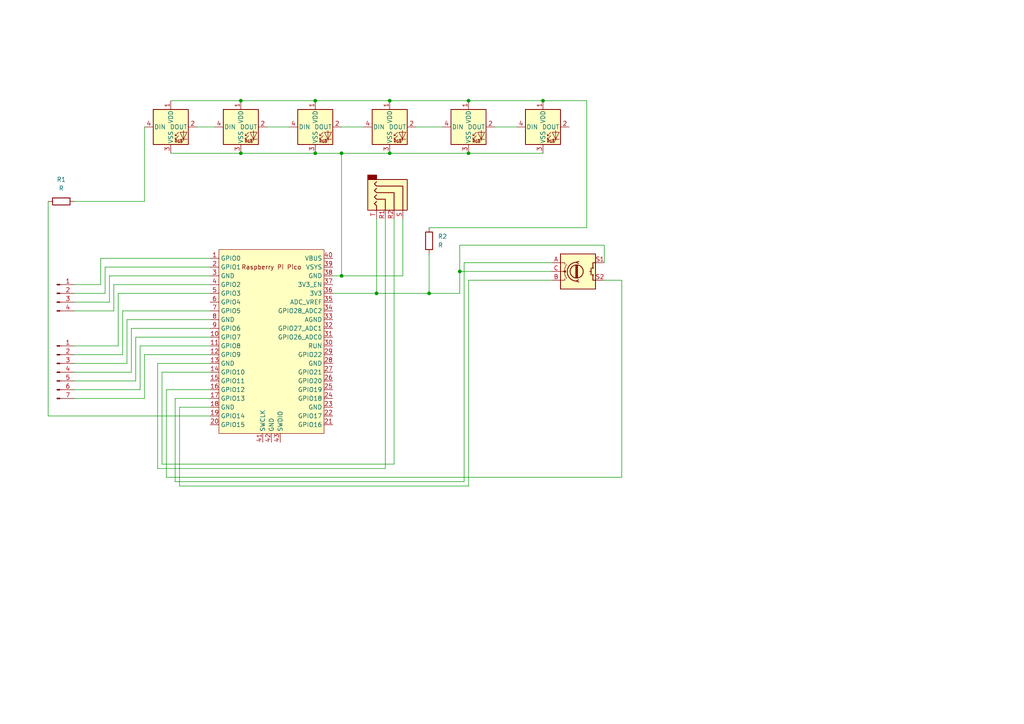
<source format=kicad_sch>
(kicad_sch (version 20230121) (generator eeschema)

  (uuid dea40b43-c237-4fa4-b6b9-14a2a90d4a39)

  (paper "A4")

  (lib_symbols
    (symbol "Connector:Conn_01x04_Pin" (pin_names (offset 1.016) hide) (in_bom yes) (on_board yes)
      (property "Reference" "J" (at 0 5.08 0)
        (effects (font (size 1.27 1.27)))
      )
      (property "Value" "Conn_01x04_Pin" (at 0 -7.62 0)
        (effects (font (size 1.27 1.27)))
      )
      (property "Footprint" "" (at 0 0 0)
        (effects (font (size 1.27 1.27)) hide)
      )
      (property "Datasheet" "~" (at 0 0 0)
        (effects (font (size 1.27 1.27)) hide)
      )
      (property "ki_locked" "" (at 0 0 0)
        (effects (font (size 1.27 1.27)))
      )
      (property "ki_keywords" "connector" (at 0 0 0)
        (effects (font (size 1.27 1.27)) hide)
      )
      (property "ki_description" "Generic connector, single row, 01x04, script generated" (at 0 0 0)
        (effects (font (size 1.27 1.27)) hide)
      )
      (property "ki_fp_filters" "Connector*:*_1x??_*" (at 0 0 0)
        (effects (font (size 1.27 1.27)) hide)
      )
      (symbol "Conn_01x04_Pin_1_1"
        (polyline
          (pts
            (xy 1.27 -5.08)
            (xy 0.8636 -5.08)
          )
          (stroke (width 0.1524) (type default))
          (fill (type none))
        )
        (polyline
          (pts
            (xy 1.27 -2.54)
            (xy 0.8636 -2.54)
          )
          (stroke (width 0.1524) (type default))
          (fill (type none))
        )
        (polyline
          (pts
            (xy 1.27 0)
            (xy 0.8636 0)
          )
          (stroke (width 0.1524) (type default))
          (fill (type none))
        )
        (polyline
          (pts
            (xy 1.27 2.54)
            (xy 0.8636 2.54)
          )
          (stroke (width 0.1524) (type default))
          (fill (type none))
        )
        (rectangle (start 0.8636 -4.953) (end 0 -5.207)
          (stroke (width 0.1524) (type default))
          (fill (type outline))
        )
        (rectangle (start 0.8636 -2.413) (end 0 -2.667)
          (stroke (width 0.1524) (type default))
          (fill (type outline))
        )
        (rectangle (start 0.8636 0.127) (end 0 -0.127)
          (stroke (width 0.1524) (type default))
          (fill (type outline))
        )
        (rectangle (start 0.8636 2.667) (end 0 2.413)
          (stroke (width 0.1524) (type default))
          (fill (type outline))
        )
        (pin passive line (at 5.08 2.54 180) (length 3.81)
          (name "Pin_1" (effects (font (size 1.27 1.27))))
          (number "1" (effects (font (size 1.27 1.27))))
        )
        (pin passive line (at 5.08 0 180) (length 3.81)
          (name "Pin_2" (effects (font (size 1.27 1.27))))
          (number "2" (effects (font (size 1.27 1.27))))
        )
        (pin passive line (at 5.08 -2.54 180) (length 3.81)
          (name "Pin_3" (effects (font (size 1.27 1.27))))
          (number "3" (effects (font (size 1.27 1.27))))
        )
        (pin passive line (at 5.08 -5.08 180) (length 3.81)
          (name "Pin_4" (effects (font (size 1.27 1.27))))
          (number "4" (effects (font (size 1.27 1.27))))
        )
      )
    )
    (symbol "Connector:Conn_01x07_Pin" (pin_names (offset 1.016) hide) (in_bom yes) (on_board yes)
      (property "Reference" "J" (at 0 10.16 0)
        (effects (font (size 1.27 1.27)))
      )
      (property "Value" "Conn_01x07_Pin" (at 0 -10.16 0)
        (effects (font (size 1.27 1.27)))
      )
      (property "Footprint" "" (at 0 0 0)
        (effects (font (size 1.27 1.27)) hide)
      )
      (property "Datasheet" "~" (at 0 0 0)
        (effects (font (size 1.27 1.27)) hide)
      )
      (property "ki_locked" "" (at 0 0 0)
        (effects (font (size 1.27 1.27)))
      )
      (property "ki_keywords" "connector" (at 0 0 0)
        (effects (font (size 1.27 1.27)) hide)
      )
      (property "ki_description" "Generic connector, single row, 01x07, script generated" (at 0 0 0)
        (effects (font (size 1.27 1.27)) hide)
      )
      (property "ki_fp_filters" "Connector*:*_1x??_*" (at 0 0 0)
        (effects (font (size 1.27 1.27)) hide)
      )
      (symbol "Conn_01x07_Pin_1_1"
        (polyline
          (pts
            (xy 1.27 -7.62)
            (xy 0.8636 -7.62)
          )
          (stroke (width 0.1524) (type default))
          (fill (type none))
        )
        (polyline
          (pts
            (xy 1.27 -5.08)
            (xy 0.8636 -5.08)
          )
          (stroke (width 0.1524) (type default))
          (fill (type none))
        )
        (polyline
          (pts
            (xy 1.27 -2.54)
            (xy 0.8636 -2.54)
          )
          (stroke (width 0.1524) (type default))
          (fill (type none))
        )
        (polyline
          (pts
            (xy 1.27 0)
            (xy 0.8636 0)
          )
          (stroke (width 0.1524) (type default))
          (fill (type none))
        )
        (polyline
          (pts
            (xy 1.27 2.54)
            (xy 0.8636 2.54)
          )
          (stroke (width 0.1524) (type default))
          (fill (type none))
        )
        (polyline
          (pts
            (xy 1.27 5.08)
            (xy 0.8636 5.08)
          )
          (stroke (width 0.1524) (type default))
          (fill (type none))
        )
        (polyline
          (pts
            (xy 1.27 7.62)
            (xy 0.8636 7.62)
          )
          (stroke (width 0.1524) (type default))
          (fill (type none))
        )
        (rectangle (start 0.8636 -7.493) (end 0 -7.747)
          (stroke (width 0.1524) (type default))
          (fill (type outline))
        )
        (rectangle (start 0.8636 -4.953) (end 0 -5.207)
          (stroke (width 0.1524) (type default))
          (fill (type outline))
        )
        (rectangle (start 0.8636 -2.413) (end 0 -2.667)
          (stroke (width 0.1524) (type default))
          (fill (type outline))
        )
        (rectangle (start 0.8636 0.127) (end 0 -0.127)
          (stroke (width 0.1524) (type default))
          (fill (type outline))
        )
        (rectangle (start 0.8636 2.667) (end 0 2.413)
          (stroke (width 0.1524) (type default))
          (fill (type outline))
        )
        (rectangle (start 0.8636 5.207) (end 0 4.953)
          (stroke (width 0.1524) (type default))
          (fill (type outline))
        )
        (rectangle (start 0.8636 7.747) (end 0 7.493)
          (stroke (width 0.1524) (type default))
          (fill (type outline))
        )
        (pin passive line (at 5.08 7.62 180) (length 3.81)
          (name "Pin_1" (effects (font (size 1.27 1.27))))
          (number "1" (effects (font (size 1.27 1.27))))
        )
        (pin passive line (at 5.08 5.08 180) (length 3.81)
          (name "Pin_2" (effects (font (size 1.27 1.27))))
          (number "2" (effects (font (size 1.27 1.27))))
        )
        (pin passive line (at 5.08 2.54 180) (length 3.81)
          (name "Pin_3" (effects (font (size 1.27 1.27))))
          (number "3" (effects (font (size 1.27 1.27))))
        )
        (pin passive line (at 5.08 0 180) (length 3.81)
          (name "Pin_4" (effects (font (size 1.27 1.27))))
          (number "4" (effects (font (size 1.27 1.27))))
        )
        (pin passive line (at 5.08 -2.54 180) (length 3.81)
          (name "Pin_5" (effects (font (size 1.27 1.27))))
          (number "5" (effects (font (size 1.27 1.27))))
        )
        (pin passive line (at 5.08 -5.08 180) (length 3.81)
          (name "Pin_6" (effects (font (size 1.27 1.27))))
          (number "6" (effects (font (size 1.27 1.27))))
        )
        (pin passive line (at 5.08 -7.62 180) (length 3.81)
          (name "Pin_7" (effects (font (size 1.27 1.27))))
          (number "7" (effects (font (size 1.27 1.27))))
        )
      )
    )
    (symbol "Connector_Audio:AudioJack4" (in_bom yes) (on_board yes)
      (property "Reference" "J" (at 0 8.89 0)
        (effects (font (size 1.27 1.27)))
      )
      (property "Value" "AudioJack4" (at 0 6.35 0)
        (effects (font (size 1.27 1.27)))
      )
      (property "Footprint" "" (at 0 0 0)
        (effects (font (size 1.27 1.27)) hide)
      )
      (property "Datasheet" "~" (at 0 0 0)
        (effects (font (size 1.27 1.27)) hide)
      )
      (property "ki_keywords" "audio jack receptacle stereo headphones TRRS connector" (at 0 0 0)
        (effects (font (size 1.27 1.27)) hide)
      )
      (property "ki_description" "Audio Jack, 4 Poles (TRRS)" (at 0 0 0)
        (effects (font (size 1.27 1.27)) hide)
      )
      (property "ki_fp_filters" "Jack*" (at 0 0 0)
        (effects (font (size 1.27 1.27)) hide)
      )
      (symbol "AudioJack4_0_1"
        (rectangle (start -6.35 -5.08) (end -7.62 -7.62)
          (stroke (width 0.254) (type default))
          (fill (type outline))
        )
        (polyline
          (pts
            (xy 0 -5.08)
            (xy 0.635 -5.715)
            (xy 1.27 -5.08)
            (xy 2.54 -5.08)
          )
          (stroke (width 0.254) (type default))
          (fill (type none))
        )
        (polyline
          (pts
            (xy -5.715 -5.08)
            (xy -5.08 -5.715)
            (xy -4.445 -5.08)
            (xy -4.445 2.54)
            (xy 2.54 2.54)
          )
          (stroke (width 0.254) (type default))
          (fill (type none))
        )
        (polyline
          (pts
            (xy -1.905 -5.08)
            (xy -1.27 -5.715)
            (xy -0.635 -5.08)
            (xy -0.635 -2.54)
            (xy 2.54 -2.54)
          )
          (stroke (width 0.254) (type default))
          (fill (type none))
        )
        (polyline
          (pts
            (xy 2.54 0)
            (xy -2.54 0)
            (xy -2.54 -5.08)
            (xy -3.175 -5.715)
            (xy -3.81 -5.08)
          )
          (stroke (width 0.254) (type default))
          (fill (type none))
        )
        (rectangle (start 2.54 3.81) (end -6.35 -7.62)
          (stroke (width 0.254) (type default))
          (fill (type background))
        )
      )
      (symbol "AudioJack4_1_1"
        (pin passive line (at 5.08 -2.54 180) (length 2.54)
          (name "~" (effects (font (size 1.27 1.27))))
          (number "R1" (effects (font (size 1.27 1.27))))
        )
        (pin passive line (at 5.08 0 180) (length 2.54)
          (name "~" (effects (font (size 1.27 1.27))))
          (number "R2" (effects (font (size 1.27 1.27))))
        )
        (pin passive line (at 5.08 2.54 180) (length 2.54)
          (name "~" (effects (font (size 1.27 1.27))))
          (number "S" (effects (font (size 1.27 1.27))))
        )
        (pin passive line (at 5.08 -5.08 180) (length 2.54)
          (name "~" (effects (font (size 1.27 1.27))))
          (number "T" (effects (font (size 1.27 1.27))))
        )
      )
    )
    (symbol "Device:R" (pin_numbers hide) (pin_names (offset 0)) (in_bom yes) (on_board yes)
      (property "Reference" "R" (at 2.032 0 90)
        (effects (font (size 1.27 1.27)))
      )
      (property "Value" "R" (at 0 0 90)
        (effects (font (size 1.27 1.27)))
      )
      (property "Footprint" "" (at -1.778 0 90)
        (effects (font (size 1.27 1.27)) hide)
      )
      (property "Datasheet" "~" (at 0 0 0)
        (effects (font (size 1.27 1.27)) hide)
      )
      (property "ki_keywords" "R res resistor" (at 0 0 0)
        (effects (font (size 1.27 1.27)) hide)
      )
      (property "ki_description" "Resistor" (at 0 0 0)
        (effects (font (size 1.27 1.27)) hide)
      )
      (property "ki_fp_filters" "R_*" (at 0 0 0)
        (effects (font (size 1.27 1.27)) hide)
      )
      (symbol "R_0_1"
        (rectangle (start -1.016 -2.54) (end 1.016 2.54)
          (stroke (width 0.254) (type default))
          (fill (type none))
        )
      )
      (symbol "R_1_1"
        (pin passive line (at 0 3.81 270) (length 1.27)
          (name "~" (effects (font (size 1.27 1.27))))
          (number "1" (effects (font (size 1.27 1.27))))
        )
        (pin passive line (at 0 -3.81 90) (length 1.27)
          (name "~" (effects (font (size 1.27 1.27))))
          (number "2" (effects (font (size 1.27 1.27))))
        )
      )
    )
    (symbol "Device:RotaryEncoder_Switch" (pin_names (offset 0.254) hide) (in_bom yes) (on_board yes)
      (property "Reference" "SW" (at 0 6.604 0)
        (effects (font (size 1.27 1.27)))
      )
      (property "Value" "RotaryEncoder_Switch" (at 0 -6.604 0)
        (effects (font (size 1.27 1.27)))
      )
      (property "Footprint" "" (at -3.81 4.064 0)
        (effects (font (size 1.27 1.27)) hide)
      )
      (property "Datasheet" "~" (at 0 6.604 0)
        (effects (font (size 1.27 1.27)) hide)
      )
      (property "ki_keywords" "rotary switch encoder switch push button" (at 0 0 0)
        (effects (font (size 1.27 1.27)) hide)
      )
      (property "ki_description" "Rotary encoder, dual channel, incremental quadrate outputs, with switch" (at 0 0 0)
        (effects (font (size 1.27 1.27)) hide)
      )
      (property "ki_fp_filters" "RotaryEncoder*Switch*" (at 0 0 0)
        (effects (font (size 1.27 1.27)) hide)
      )
      (symbol "RotaryEncoder_Switch_0_1"
        (rectangle (start -5.08 5.08) (end 5.08 -5.08)
          (stroke (width 0.254) (type default))
          (fill (type background))
        )
        (circle (center -3.81 0) (radius 0.254)
          (stroke (width 0) (type default))
          (fill (type outline))
        )
        (circle (center -0.381 0) (radius 1.905)
          (stroke (width 0.254) (type default))
          (fill (type none))
        )
        (arc (start -0.381 2.667) (mid -3.0988 -0.0635) (end -0.381 -2.794)
          (stroke (width 0.254) (type default))
          (fill (type none))
        )
        (polyline
          (pts
            (xy -0.635 -1.778)
            (xy -0.635 1.778)
          )
          (stroke (width 0.254) (type default))
          (fill (type none))
        )
        (polyline
          (pts
            (xy -0.381 -1.778)
            (xy -0.381 1.778)
          )
          (stroke (width 0.254) (type default))
          (fill (type none))
        )
        (polyline
          (pts
            (xy -0.127 1.778)
            (xy -0.127 -1.778)
          )
          (stroke (width 0.254) (type default))
          (fill (type none))
        )
        (polyline
          (pts
            (xy 3.81 0)
            (xy 3.429 0)
          )
          (stroke (width 0.254) (type default))
          (fill (type none))
        )
        (polyline
          (pts
            (xy 3.81 1.016)
            (xy 3.81 -1.016)
          )
          (stroke (width 0.254) (type default))
          (fill (type none))
        )
        (polyline
          (pts
            (xy -5.08 -2.54)
            (xy -3.81 -2.54)
            (xy -3.81 -2.032)
          )
          (stroke (width 0) (type default))
          (fill (type none))
        )
        (polyline
          (pts
            (xy -5.08 2.54)
            (xy -3.81 2.54)
            (xy -3.81 2.032)
          )
          (stroke (width 0) (type default))
          (fill (type none))
        )
        (polyline
          (pts
            (xy 0.254 -3.048)
            (xy -0.508 -2.794)
            (xy 0.127 -2.413)
          )
          (stroke (width 0.254) (type default))
          (fill (type none))
        )
        (polyline
          (pts
            (xy 0.254 2.921)
            (xy -0.508 2.667)
            (xy 0.127 2.286)
          )
          (stroke (width 0.254) (type default))
          (fill (type none))
        )
        (polyline
          (pts
            (xy 5.08 -2.54)
            (xy 4.318 -2.54)
            (xy 4.318 -1.016)
          )
          (stroke (width 0.254) (type default))
          (fill (type none))
        )
        (polyline
          (pts
            (xy 5.08 2.54)
            (xy 4.318 2.54)
            (xy 4.318 1.016)
          )
          (stroke (width 0.254) (type default))
          (fill (type none))
        )
        (polyline
          (pts
            (xy -5.08 0)
            (xy -3.81 0)
            (xy -3.81 -1.016)
            (xy -3.302 -2.032)
          )
          (stroke (width 0) (type default))
          (fill (type none))
        )
        (polyline
          (pts
            (xy -4.318 0)
            (xy -3.81 0)
            (xy -3.81 1.016)
            (xy -3.302 2.032)
          )
          (stroke (width 0) (type default))
          (fill (type none))
        )
        (circle (center 4.318 -1.016) (radius 0.127)
          (stroke (width 0.254) (type default))
          (fill (type none))
        )
        (circle (center 4.318 1.016) (radius 0.127)
          (stroke (width 0.254) (type default))
          (fill (type none))
        )
      )
      (symbol "RotaryEncoder_Switch_1_1"
        (pin passive line (at -7.62 2.54 0) (length 2.54)
          (name "A" (effects (font (size 1.27 1.27))))
          (number "A" (effects (font (size 1.27 1.27))))
        )
        (pin passive line (at -7.62 -2.54 0) (length 2.54)
          (name "B" (effects (font (size 1.27 1.27))))
          (number "B" (effects (font (size 1.27 1.27))))
        )
        (pin passive line (at -7.62 0 0) (length 2.54)
          (name "C" (effects (font (size 1.27 1.27))))
          (number "C" (effects (font (size 1.27 1.27))))
        )
        (pin passive line (at 7.62 2.54 180) (length 2.54)
          (name "S1" (effects (font (size 1.27 1.27))))
          (number "S1" (effects (font (size 1.27 1.27))))
        )
        (pin passive line (at 7.62 -2.54 180) (length 2.54)
          (name "S2" (effects (font (size 1.27 1.27))))
          (number "S2" (effects (font (size 1.27 1.27))))
        )
      )
    )
    (symbol "LED:WS2812B" (pin_names (offset 0.254)) (in_bom yes) (on_board yes)
      (property "Reference" "D" (at 5.08 5.715 0)
        (effects (font (size 1.27 1.27)) (justify right bottom))
      )
      (property "Value" "WS2812B" (at 1.27 -5.715 0)
        (effects (font (size 1.27 1.27)) (justify left top))
      )
      (property "Footprint" "LED_SMD:LED_WS2812B_PLCC4_5.0x5.0mm_P3.2mm" (at 1.27 -7.62 0)
        (effects (font (size 1.27 1.27)) (justify left top) hide)
      )
      (property "Datasheet" "https://cdn-shop.adafruit.com/datasheets/WS2812B.pdf" (at 2.54 -9.525 0)
        (effects (font (size 1.27 1.27)) (justify left top) hide)
      )
      (property "ki_keywords" "RGB LED NeoPixel addressable" (at 0 0 0)
        (effects (font (size 1.27 1.27)) hide)
      )
      (property "ki_description" "RGB LED with integrated controller" (at 0 0 0)
        (effects (font (size 1.27 1.27)) hide)
      )
      (property "ki_fp_filters" "LED*WS2812*PLCC*5.0x5.0mm*P3.2mm*" (at 0 0 0)
        (effects (font (size 1.27 1.27)) hide)
      )
      (symbol "WS2812B_0_0"
        (text "RGB" (at 2.286 -4.191 0)
          (effects (font (size 0.762 0.762)))
        )
      )
      (symbol "WS2812B_0_1"
        (polyline
          (pts
            (xy 1.27 -3.556)
            (xy 1.778 -3.556)
          )
          (stroke (width 0) (type default))
          (fill (type none))
        )
        (polyline
          (pts
            (xy 1.27 -2.54)
            (xy 1.778 -2.54)
          )
          (stroke (width 0) (type default))
          (fill (type none))
        )
        (polyline
          (pts
            (xy 4.699 -3.556)
            (xy 2.667 -3.556)
          )
          (stroke (width 0) (type default))
          (fill (type none))
        )
        (polyline
          (pts
            (xy 2.286 -2.54)
            (xy 1.27 -3.556)
            (xy 1.27 -3.048)
          )
          (stroke (width 0) (type default))
          (fill (type none))
        )
        (polyline
          (pts
            (xy 2.286 -1.524)
            (xy 1.27 -2.54)
            (xy 1.27 -2.032)
          )
          (stroke (width 0) (type default))
          (fill (type none))
        )
        (polyline
          (pts
            (xy 3.683 -1.016)
            (xy 3.683 -3.556)
            (xy 3.683 -4.064)
          )
          (stroke (width 0) (type default))
          (fill (type none))
        )
        (polyline
          (pts
            (xy 4.699 -1.524)
            (xy 2.667 -1.524)
            (xy 3.683 -3.556)
            (xy 4.699 -1.524)
          )
          (stroke (width 0) (type default))
          (fill (type none))
        )
        (rectangle (start 5.08 5.08) (end -5.08 -5.08)
          (stroke (width 0.254) (type default))
          (fill (type background))
        )
      )
      (symbol "WS2812B_1_1"
        (pin power_in line (at 0 7.62 270) (length 2.54)
          (name "VDD" (effects (font (size 1.27 1.27))))
          (number "1" (effects (font (size 1.27 1.27))))
        )
        (pin output line (at 7.62 0 180) (length 2.54)
          (name "DOUT" (effects (font (size 1.27 1.27))))
          (number "2" (effects (font (size 1.27 1.27))))
        )
        (pin power_in line (at 0 -7.62 90) (length 2.54)
          (name "VSS" (effects (font (size 1.27 1.27))))
          (number "3" (effects (font (size 1.27 1.27))))
        )
        (pin input line (at -7.62 0 0) (length 2.54)
          (name "DIN" (effects (font (size 1.27 1.27))))
          (number "4" (effects (font (size 1.27 1.27))))
        )
      )
    )
    (symbol "MCU_RaspberryPi_and_Boards:Pico" (in_bom yes) (on_board yes)
      (property "Reference" "U" (at -13.97 27.94 0)
        (effects (font (size 1.27 1.27)))
      )
      (property "Value" "Pico" (at 0 19.05 0)
        (effects (font (size 1.27 1.27)))
      )
      (property "Footprint" "RPi_Pico:RPi_Pico_SMD_TH" (at 0 0 90)
        (effects (font (size 1.27 1.27)) hide)
      )
      (property "Datasheet" "" (at 0 0 0)
        (effects (font (size 1.27 1.27)) hide)
      )
      (symbol "Pico_0_0"
        (text "Raspberry Pi Pico" (at 0 21.59 0)
          (effects (font (size 1.27 1.27)))
        )
      )
      (symbol "Pico_0_1"
        (rectangle (start -15.24 26.67) (end 15.24 -26.67)
          (stroke (width 0) (type default))
          (fill (type background))
        )
      )
      (symbol "Pico_1_1"
        (pin bidirectional line (at -17.78 24.13 0) (length 2.54)
          (name "GPIO0" (effects (font (size 1.27 1.27))))
          (number "1" (effects (font (size 1.27 1.27))))
        )
        (pin bidirectional line (at -17.78 1.27 0) (length 2.54)
          (name "GPIO7" (effects (font (size 1.27 1.27))))
          (number "10" (effects (font (size 1.27 1.27))))
        )
        (pin bidirectional line (at -17.78 -1.27 0) (length 2.54)
          (name "GPIO8" (effects (font (size 1.27 1.27))))
          (number "11" (effects (font (size 1.27 1.27))))
        )
        (pin bidirectional line (at -17.78 -3.81 0) (length 2.54)
          (name "GPIO9" (effects (font (size 1.27 1.27))))
          (number "12" (effects (font (size 1.27 1.27))))
        )
        (pin power_in line (at -17.78 -6.35 0) (length 2.54)
          (name "GND" (effects (font (size 1.27 1.27))))
          (number "13" (effects (font (size 1.27 1.27))))
        )
        (pin bidirectional line (at -17.78 -8.89 0) (length 2.54)
          (name "GPIO10" (effects (font (size 1.27 1.27))))
          (number "14" (effects (font (size 1.27 1.27))))
        )
        (pin bidirectional line (at -17.78 -11.43 0) (length 2.54)
          (name "GPIO11" (effects (font (size 1.27 1.27))))
          (number "15" (effects (font (size 1.27 1.27))))
        )
        (pin bidirectional line (at -17.78 -13.97 0) (length 2.54)
          (name "GPIO12" (effects (font (size 1.27 1.27))))
          (number "16" (effects (font (size 1.27 1.27))))
        )
        (pin bidirectional line (at -17.78 -16.51 0) (length 2.54)
          (name "GPIO13" (effects (font (size 1.27 1.27))))
          (number "17" (effects (font (size 1.27 1.27))))
        )
        (pin power_in line (at -17.78 -19.05 0) (length 2.54)
          (name "GND" (effects (font (size 1.27 1.27))))
          (number "18" (effects (font (size 1.27 1.27))))
        )
        (pin bidirectional line (at -17.78 -21.59 0) (length 2.54)
          (name "GPIO14" (effects (font (size 1.27 1.27))))
          (number "19" (effects (font (size 1.27 1.27))))
        )
        (pin bidirectional line (at -17.78 21.59 0) (length 2.54)
          (name "GPIO1" (effects (font (size 1.27 1.27))))
          (number "2" (effects (font (size 1.27 1.27))))
        )
        (pin bidirectional line (at -17.78 -24.13 0) (length 2.54)
          (name "GPIO15" (effects (font (size 1.27 1.27))))
          (number "20" (effects (font (size 1.27 1.27))))
        )
        (pin bidirectional line (at 17.78 -24.13 180) (length 2.54)
          (name "GPIO16" (effects (font (size 1.27 1.27))))
          (number "21" (effects (font (size 1.27 1.27))))
        )
        (pin bidirectional line (at 17.78 -21.59 180) (length 2.54)
          (name "GPIO17" (effects (font (size 1.27 1.27))))
          (number "22" (effects (font (size 1.27 1.27))))
        )
        (pin power_in line (at 17.78 -19.05 180) (length 2.54)
          (name "GND" (effects (font (size 1.27 1.27))))
          (number "23" (effects (font (size 1.27 1.27))))
        )
        (pin bidirectional line (at 17.78 -16.51 180) (length 2.54)
          (name "GPIO18" (effects (font (size 1.27 1.27))))
          (number "24" (effects (font (size 1.27 1.27))))
        )
        (pin bidirectional line (at 17.78 -13.97 180) (length 2.54)
          (name "GPIO19" (effects (font (size 1.27 1.27))))
          (number "25" (effects (font (size 1.27 1.27))))
        )
        (pin bidirectional line (at 17.78 -11.43 180) (length 2.54)
          (name "GPIO20" (effects (font (size 1.27 1.27))))
          (number "26" (effects (font (size 1.27 1.27))))
        )
        (pin bidirectional line (at 17.78 -8.89 180) (length 2.54)
          (name "GPIO21" (effects (font (size 1.27 1.27))))
          (number "27" (effects (font (size 1.27 1.27))))
        )
        (pin power_in line (at 17.78 -6.35 180) (length 2.54)
          (name "GND" (effects (font (size 1.27 1.27))))
          (number "28" (effects (font (size 1.27 1.27))))
        )
        (pin bidirectional line (at 17.78 -3.81 180) (length 2.54)
          (name "GPIO22" (effects (font (size 1.27 1.27))))
          (number "29" (effects (font (size 1.27 1.27))))
        )
        (pin power_in line (at -17.78 19.05 0) (length 2.54)
          (name "GND" (effects (font (size 1.27 1.27))))
          (number "3" (effects (font (size 1.27 1.27))))
        )
        (pin input line (at 17.78 -1.27 180) (length 2.54)
          (name "RUN" (effects (font (size 1.27 1.27))))
          (number "30" (effects (font (size 1.27 1.27))))
        )
        (pin bidirectional line (at 17.78 1.27 180) (length 2.54)
          (name "GPIO26_ADC0" (effects (font (size 1.27 1.27))))
          (number "31" (effects (font (size 1.27 1.27))))
        )
        (pin bidirectional line (at 17.78 3.81 180) (length 2.54)
          (name "GPIO27_ADC1" (effects (font (size 1.27 1.27))))
          (number "32" (effects (font (size 1.27 1.27))))
        )
        (pin power_in line (at 17.78 6.35 180) (length 2.54)
          (name "AGND" (effects (font (size 1.27 1.27))))
          (number "33" (effects (font (size 1.27 1.27))))
        )
        (pin bidirectional line (at 17.78 8.89 180) (length 2.54)
          (name "GPIO28_ADC2" (effects (font (size 1.27 1.27))))
          (number "34" (effects (font (size 1.27 1.27))))
        )
        (pin power_in line (at 17.78 11.43 180) (length 2.54)
          (name "ADC_VREF" (effects (font (size 1.27 1.27))))
          (number "35" (effects (font (size 1.27 1.27))))
        )
        (pin power_in line (at 17.78 13.97 180) (length 2.54)
          (name "3V3" (effects (font (size 1.27 1.27))))
          (number "36" (effects (font (size 1.27 1.27))))
        )
        (pin input line (at 17.78 16.51 180) (length 2.54)
          (name "3V3_EN" (effects (font (size 1.27 1.27))))
          (number "37" (effects (font (size 1.27 1.27))))
        )
        (pin bidirectional line (at 17.78 19.05 180) (length 2.54)
          (name "GND" (effects (font (size 1.27 1.27))))
          (number "38" (effects (font (size 1.27 1.27))))
        )
        (pin power_in line (at 17.78 21.59 180) (length 2.54)
          (name "VSYS" (effects (font (size 1.27 1.27))))
          (number "39" (effects (font (size 1.27 1.27))))
        )
        (pin bidirectional line (at -17.78 16.51 0) (length 2.54)
          (name "GPIO2" (effects (font (size 1.27 1.27))))
          (number "4" (effects (font (size 1.27 1.27))))
        )
        (pin power_in line (at 17.78 24.13 180) (length 2.54)
          (name "VBUS" (effects (font (size 1.27 1.27))))
          (number "40" (effects (font (size 1.27 1.27))))
        )
        (pin input line (at -2.54 -29.21 90) (length 2.54)
          (name "SWCLK" (effects (font (size 1.27 1.27))))
          (number "41" (effects (font (size 1.27 1.27))))
        )
        (pin power_in line (at 0 -29.21 90) (length 2.54)
          (name "GND" (effects (font (size 1.27 1.27))))
          (number "42" (effects (font (size 1.27 1.27))))
        )
        (pin bidirectional line (at 2.54 -29.21 90) (length 2.54)
          (name "SWDIO" (effects (font (size 1.27 1.27))))
          (number "43" (effects (font (size 1.27 1.27))))
        )
        (pin bidirectional line (at -17.78 13.97 0) (length 2.54)
          (name "GPIO3" (effects (font (size 1.27 1.27))))
          (number "5" (effects (font (size 1.27 1.27))))
        )
        (pin bidirectional line (at -17.78 11.43 0) (length 2.54)
          (name "GPIO4" (effects (font (size 1.27 1.27))))
          (number "6" (effects (font (size 1.27 1.27))))
        )
        (pin bidirectional line (at -17.78 8.89 0) (length 2.54)
          (name "GPIO5" (effects (font (size 1.27 1.27))))
          (number "7" (effects (font (size 1.27 1.27))))
        )
        (pin power_in line (at -17.78 6.35 0) (length 2.54)
          (name "GND" (effects (font (size 1.27 1.27))))
          (number "8" (effects (font (size 1.27 1.27))))
        )
        (pin bidirectional line (at -17.78 3.81 0) (length 2.54)
          (name "GPIO6" (effects (font (size 1.27 1.27))))
          (number "9" (effects (font (size 1.27 1.27))))
        )
      )
    )
  )

  (junction (at 135.89 44.45) (diameter 0) (color 0 0 0 0)
    (uuid 38825af7-b321-4be0-bac3-882703f73e80)
  )
  (junction (at 113.03 44.45) (diameter 0) (color 0 0 0 0)
    (uuid 3c690828-5b8f-409e-a062-90cd908d9883)
  )
  (junction (at 133.35 78.74) (diameter 0) (color 0 0 0 0)
    (uuid 3f9e133f-83a1-469a-b9b4-0f16547324e3)
  )
  (junction (at 124.46 85.09) (diameter 0) (color 0 0 0 0)
    (uuid 5956d688-1ead-46d3-a944-cb0106d4cdbd)
  )
  (junction (at 91.44 44.45) (diameter 0) (color 0 0 0 0)
    (uuid 68bacc87-557a-49ee-a6c1-d0618788a0de)
  )
  (junction (at 109.22 85.09) (diameter 0) (color 0 0 0 0)
    (uuid 7aaeb6fe-79bd-4475-8a63-1b9c951ca793)
  )
  (junction (at 69.85 44.45) (diameter 0) (color 0 0 0 0)
    (uuid 92d701c8-3d8d-4f28-932d-5b7f87504ac5)
  )
  (junction (at 99.06 44.45) (diameter 0) (color 0 0 0 0)
    (uuid 9543a2c4-261b-4cbb-827f-fbf6e874934b)
  )
  (junction (at 157.48 29.21) (diameter 0) (color 0 0 0 0)
    (uuid a4c4b6c7-e9a9-464d-9fae-eb735212258c)
  )
  (junction (at 113.03 29.21) (diameter 0) (color 0 0 0 0)
    (uuid d4a8b3b4-3165-4a5d-90cc-231162a9609c)
  )
  (junction (at 69.85 29.21) (diameter 0) (color 0 0 0 0)
    (uuid e19acc2b-c67e-415f-94b4-c2a74d4810dd)
  )
  (junction (at 91.44 29.21) (diameter 0) (color 0 0 0 0)
    (uuid ec505b7f-15bf-4d36-9483-02789615c97a)
  )
  (junction (at 99.06 80.01) (diameter 0) (color 0 0 0 0)
    (uuid ec53e506-754d-4978-9c42-557bd1661443)
  )
  (junction (at 135.89 29.21) (diameter 0) (color 0 0 0 0)
    (uuid fb67c5bb-6a97-46d7-8e20-e51f9201a98e)
  )

  (wire (pts (xy 114.3 134.62) (xy 114.3 63.5))
    (stroke (width 0) (type default))
    (uuid 0671d4a3-91e0-4d07-a688-98f51798954d)
  )
  (wire (pts (xy 143.51 36.83) (xy 149.86 36.83))
    (stroke (width 0) (type default))
    (uuid 0b68e78c-741e-4780-ac85-a965dd1e8d3a)
  )
  (wire (pts (xy 134.62 139.7) (xy 134.62 76.2))
    (stroke (width 0) (type default))
    (uuid 0bb24d36-0809-431d-af70-b48627f4e8a2)
  )
  (wire (pts (xy 39.37 110.49) (xy 39.37 97.79))
    (stroke (width 0) (type default))
    (uuid 0ea41439-1cfc-4c5a-951d-e75ca3ca7e05)
  )
  (wire (pts (xy 60.96 105.41) (xy 45.72 105.41))
    (stroke (width 0) (type default))
    (uuid 0ef354b1-9d3d-420c-b994-97dd7960c5a4)
  )
  (wire (pts (xy 111.76 135.89) (xy 111.76 63.5))
    (stroke (width 0) (type default))
    (uuid 106862d9-8d1c-45ca-b433-9487cbac7c14)
  )
  (wire (pts (xy 21.59 110.49) (xy 39.37 110.49))
    (stroke (width 0) (type default))
    (uuid 10d6bf95-5ff4-409d-9de9-24a97c69d0c4)
  )
  (wire (pts (xy 135.89 81.28) (xy 160.02 81.28))
    (stroke (width 0) (type default))
    (uuid 129de866-c425-446c-be0f-c68d76003244)
  )
  (wire (pts (xy 91.44 44.45) (xy 99.06 44.45))
    (stroke (width 0) (type default))
    (uuid 14cce414-baaa-44f3-aabd-72d186767cd5)
  )
  (wire (pts (xy 29.21 74.93) (xy 60.96 74.93))
    (stroke (width 0) (type default))
    (uuid 250f45e7-936a-4788-9ad4-49db530f66b7)
  )
  (wire (pts (xy 52.07 140.97) (xy 135.89 140.97))
    (stroke (width 0) (type default))
    (uuid 27e56873-b67c-4105-b833-801c132e7aea)
  )
  (wire (pts (xy 45.72 105.41) (xy 45.72 135.89))
    (stroke (width 0) (type default))
    (uuid 286e24a9-319d-416a-9255-2095363ef9ae)
  )
  (wire (pts (xy 35.56 90.17) (xy 60.96 90.17))
    (stroke (width 0) (type default))
    (uuid 28ccafda-ced0-4639-a3be-4eb20725bac1)
  )
  (wire (pts (xy 91.44 29.21) (xy 113.03 29.21))
    (stroke (width 0) (type default))
    (uuid 2b42afad-cca8-40ba-91d6-a05c9dd575d5)
  )
  (wire (pts (xy 69.85 44.45) (xy 91.44 44.45))
    (stroke (width 0) (type default))
    (uuid 2c99fcb0-7eca-48b5-9078-32d12d18825c)
  )
  (wire (pts (xy 175.26 71.12) (xy 175.26 76.2))
    (stroke (width 0) (type default))
    (uuid 2cfdd419-7cd8-426e-9458-711a1114a42a)
  )
  (wire (pts (xy 60.96 107.95) (xy 46.99 107.95))
    (stroke (width 0) (type default))
    (uuid 319ccfb6-9f00-41e4-a9aa-b501407b5e99)
  )
  (wire (pts (xy 48.26 138.43) (xy 180.34 138.43))
    (stroke (width 0) (type default))
    (uuid 322287b6-aa1c-4144-815a-3522625149a1)
  )
  (wire (pts (xy 21.59 102.87) (xy 35.56 102.87))
    (stroke (width 0) (type default))
    (uuid 34cbccda-7edd-4fee-abfb-0d958c3620bb)
  )
  (wire (pts (xy 41.91 102.87) (xy 60.96 102.87))
    (stroke (width 0) (type default))
    (uuid 3a842fb2-f923-47ef-b67d-d0e25b20a2e6)
  )
  (wire (pts (xy 30.48 77.47) (xy 60.96 77.47))
    (stroke (width 0) (type default))
    (uuid 3f0b5ded-eba3-4f84-8120-179420779a10)
  )
  (wire (pts (xy 124.46 73.66) (xy 124.46 85.09))
    (stroke (width 0) (type default))
    (uuid 42b8e781-7c18-4abf-ac46-b5fb04295dbf)
  )
  (wire (pts (xy 39.37 97.79) (xy 60.96 97.79))
    (stroke (width 0) (type default))
    (uuid 45b2bafc-3ffc-4d4f-a922-c6a7563050a1)
  )
  (wire (pts (xy 170.18 29.21) (xy 170.18 66.04))
    (stroke (width 0) (type default))
    (uuid 467cecf6-52fa-4ec9-85b4-c7ea9234fdf6)
  )
  (wire (pts (xy 40.64 100.33) (xy 60.96 100.33))
    (stroke (width 0) (type default))
    (uuid 486e29d5-27cd-4909-8c0b-ff33df2e06d0)
  )
  (wire (pts (xy 30.48 85.09) (xy 30.48 77.47))
    (stroke (width 0) (type default))
    (uuid 49b074e2-810e-42a4-9ffd-0f9fbcb0f063)
  )
  (wire (pts (xy 96.52 85.09) (xy 109.22 85.09))
    (stroke (width 0) (type default))
    (uuid 4b40d25c-9388-4d8d-9739-7de80d002b60)
  )
  (wire (pts (xy 21.59 87.63) (xy 31.75 87.63))
    (stroke (width 0) (type default))
    (uuid 4c862a79-ced9-4096-9a90-1e271e7b1092)
  )
  (wire (pts (xy 21.59 113.03) (xy 40.64 113.03))
    (stroke (width 0) (type default))
    (uuid 4d7d565b-eb48-428e-867d-6eec5faeb2ac)
  )
  (wire (pts (xy 135.89 44.45) (xy 157.48 44.45))
    (stroke (width 0) (type default))
    (uuid 4ef2d356-3ebd-4825-802b-92703a07be60)
  )
  (wire (pts (xy 135.89 140.97) (xy 135.89 81.28))
    (stroke (width 0) (type default))
    (uuid 556aec49-634c-4359-8bc0-f9207650b840)
  )
  (wire (pts (xy 34.29 100.33) (xy 34.29 85.09))
    (stroke (width 0) (type default))
    (uuid 56934f33-bc20-4a44-b55d-d355c034caf9)
  )
  (wire (pts (xy 36.83 105.41) (xy 36.83 92.71))
    (stroke (width 0) (type default))
    (uuid 57fbf613-1c39-4080-842d-493e000225cf)
  )
  (wire (pts (xy 133.35 78.74) (xy 160.02 78.74))
    (stroke (width 0) (type default))
    (uuid 58d4e1c5-97d3-45a1-8bd4-db216da2a5ef)
  )
  (wire (pts (xy 133.35 71.12) (xy 175.26 71.12))
    (stroke (width 0) (type default))
    (uuid 59b72ef2-3c65-456d-804d-aa127c065c90)
  )
  (wire (pts (xy 180.34 81.28) (xy 175.26 81.28))
    (stroke (width 0) (type default))
    (uuid 61186505-4a94-4603-abc4-d33c43c86373)
  )
  (wire (pts (xy 99.06 80.01) (xy 116.84 80.01))
    (stroke (width 0) (type default))
    (uuid 61588fe9-802c-4a16-8a38-c049d29e0d3c)
  )
  (wire (pts (xy 21.59 100.33) (xy 34.29 100.33))
    (stroke (width 0) (type default))
    (uuid 62c08a89-b1de-4404-b190-a732714d0000)
  )
  (wire (pts (xy 60.96 115.57) (xy 50.8 115.57))
    (stroke (width 0) (type default))
    (uuid 6827dcb4-a94d-43f4-8f4f-d4f8b28c29a6)
  )
  (wire (pts (xy 135.89 29.21) (xy 157.48 29.21))
    (stroke (width 0) (type default))
    (uuid 68f19360-19f7-4d76-b0a8-73e8255cf449)
  )
  (wire (pts (xy 21.59 105.41) (xy 36.83 105.41))
    (stroke (width 0) (type default))
    (uuid 6ae59abc-fcf3-4973-b8fa-b53d00fac279)
  )
  (wire (pts (xy 31.75 80.01) (xy 31.75 87.63))
    (stroke (width 0) (type default))
    (uuid 6b3fa78a-2cd4-4659-a5f2-c945d29e85ae)
  )
  (wire (pts (xy 13.97 58.42) (xy 13.97 120.65))
    (stroke (width 0) (type default))
    (uuid 6bb9c80c-e2b2-491f-b419-b1a197c62a39)
  )
  (wire (pts (xy 41.91 115.57) (xy 41.91 102.87))
    (stroke (width 0) (type default))
    (uuid 6ffd872d-5bc4-4ab5-9565-de9acd5b5378)
  )
  (wire (pts (xy 109.22 85.09) (xy 124.46 85.09))
    (stroke (width 0) (type default))
    (uuid 71de07d4-87be-4767-b937-65ea8562cec9)
  )
  (wire (pts (xy 38.1 95.25) (xy 60.96 95.25))
    (stroke (width 0) (type default))
    (uuid 7311ac66-5b21-4d82-a2db-cdc64f3da282)
  )
  (wire (pts (xy 21.59 107.95) (xy 38.1 107.95))
    (stroke (width 0) (type default))
    (uuid 76282362-3533-44ab-8431-b5a63662c940)
  )
  (wire (pts (xy 57.15 36.83) (xy 62.23 36.83))
    (stroke (width 0) (type default))
    (uuid 7ab9989b-3433-46be-b41f-09a60e117777)
  )
  (wire (pts (xy 113.03 29.21) (xy 135.89 29.21))
    (stroke (width 0) (type default))
    (uuid 7cc5cf07-d208-4f7c-92cd-dc824f3c586d)
  )
  (wire (pts (xy 21.59 90.17) (xy 33.02 90.17))
    (stroke (width 0) (type default))
    (uuid 7d025a93-8770-41b6-a3fe-d8da63328512)
  )
  (wire (pts (xy 52.07 118.11) (xy 52.07 140.97))
    (stroke (width 0) (type default))
    (uuid 82821c1b-25e7-45f1-bc36-60d15a6707fb)
  )
  (wire (pts (xy 124.46 85.09) (xy 133.35 85.09))
    (stroke (width 0) (type default))
    (uuid 84bbd675-aade-404b-b6a3-e74c9880d963)
  )
  (wire (pts (xy 60.96 118.11) (xy 52.07 118.11))
    (stroke (width 0) (type default))
    (uuid 85d6b8bb-0aba-4103-9baa-b37c3e2eb590)
  )
  (wire (pts (xy 13.97 120.65) (xy 60.96 120.65))
    (stroke (width 0) (type default))
    (uuid 862796d0-d997-43d8-afd6-aae4fc06069d)
  )
  (wire (pts (xy 40.64 113.03) (xy 40.64 100.33))
    (stroke (width 0) (type default))
    (uuid 8cc5f867-2fb5-4f5f-93bd-eac87e442286)
  )
  (wire (pts (xy 33.02 90.17) (xy 33.02 82.55))
    (stroke (width 0) (type default))
    (uuid 8d955d7a-8a4b-4415-95dd-5f3fc13ef08d)
  )
  (wire (pts (xy 21.59 115.57) (xy 41.91 115.57))
    (stroke (width 0) (type default))
    (uuid 8f30069f-94d6-4ffd-bd84-311179d722aa)
  )
  (wire (pts (xy 48.26 113.03) (xy 48.26 138.43))
    (stroke (width 0) (type default))
    (uuid 95aeca0e-e557-4c6c-88aa-f7764dbb4649)
  )
  (wire (pts (xy 50.8 139.7) (xy 134.62 139.7))
    (stroke (width 0) (type default))
    (uuid 9eaea7ac-6866-4915-aeeb-49c60b04d0c1)
  )
  (wire (pts (xy 60.96 113.03) (xy 48.26 113.03))
    (stroke (width 0) (type default))
    (uuid a40e994e-d13f-4cfc-8386-adbe4a111a14)
  )
  (wire (pts (xy 33.02 82.55) (xy 60.96 82.55))
    (stroke (width 0) (type default))
    (uuid a979f365-9692-4a22-be81-37dd116fc979)
  )
  (wire (pts (xy 21.59 58.42) (xy 41.91 58.42))
    (stroke (width 0) (type default))
    (uuid b27b58ac-acbd-46bc-96dc-b9f0a6e46346)
  )
  (wire (pts (xy 49.53 44.45) (xy 69.85 44.45))
    (stroke (width 0) (type default))
    (uuid b66a88cb-0d22-4eb9-952a-ea881beab803)
  )
  (wire (pts (xy 170.18 66.04) (xy 124.46 66.04))
    (stroke (width 0) (type default))
    (uuid b778d5eb-4ea2-4bb0-a231-f33ff0e383d7)
  )
  (wire (pts (xy 133.35 85.09) (xy 133.35 78.74))
    (stroke (width 0) (type default))
    (uuid b7e20e4e-4599-427f-a45a-7e66624fdbd5)
  )
  (wire (pts (xy 46.99 134.62) (xy 114.3 134.62))
    (stroke (width 0) (type default))
    (uuid ba50ae69-5aca-4cfb-ac84-33a42601eb07)
  )
  (wire (pts (xy 21.59 82.55) (xy 29.21 82.55))
    (stroke (width 0) (type default))
    (uuid bc8191e7-2398-4cae-9bba-47b091c232ea)
  )
  (wire (pts (xy 46.99 107.95) (xy 46.99 134.62))
    (stroke (width 0) (type default))
    (uuid bd7d968e-8ca9-4642-a7a3-aa630b154f2c)
  )
  (wire (pts (xy 99.06 44.45) (xy 113.03 44.45))
    (stroke (width 0) (type default))
    (uuid bfa0362c-5c64-4b38-bb72-41934f53856e)
  )
  (wire (pts (xy 31.75 80.01) (xy 60.96 80.01))
    (stroke (width 0) (type default))
    (uuid c0ee3a26-2f53-490b-8f97-35ef0d93f2e3)
  )
  (wire (pts (xy 35.56 102.87) (xy 35.56 90.17))
    (stroke (width 0) (type default))
    (uuid c445c5fa-56b7-40d8-afe0-877812c57c6d)
  )
  (wire (pts (xy 21.59 85.09) (xy 30.48 85.09))
    (stroke (width 0) (type default))
    (uuid c46c5377-7a62-441d-8351-5d048e23fbb9)
  )
  (wire (pts (xy 77.47 36.83) (xy 83.82 36.83))
    (stroke (width 0) (type default))
    (uuid c7b48795-3754-45c3-9bb4-ceb20e757b98)
  )
  (wire (pts (xy 99.06 44.45) (xy 99.06 80.01))
    (stroke (width 0) (type default))
    (uuid c8c26a34-358c-40d4-a141-578ffb29ac7f)
  )
  (wire (pts (xy 34.29 85.09) (xy 60.96 85.09))
    (stroke (width 0) (type default))
    (uuid ca0017e5-8eaa-4a60-8a20-7eb2719f460a)
  )
  (wire (pts (xy 180.34 138.43) (xy 180.34 81.28))
    (stroke (width 0) (type default))
    (uuid ce36bdfc-9a8d-4613-97ca-fc26a2e26915)
  )
  (wire (pts (xy 157.48 29.21) (xy 170.18 29.21))
    (stroke (width 0) (type default))
    (uuid d0c36016-3111-418f-b20b-cb562d781994)
  )
  (wire (pts (xy 50.8 115.57) (xy 50.8 139.7))
    (stroke (width 0) (type default))
    (uuid d526615f-8732-41ba-950d-f38483dc10b2)
  )
  (wire (pts (xy 41.91 36.83) (xy 41.91 58.42))
    (stroke (width 0) (type default))
    (uuid da05bb15-277f-4853-9935-50659166fae9)
  )
  (wire (pts (xy 69.85 29.21) (xy 91.44 29.21))
    (stroke (width 0) (type default))
    (uuid dd31c501-1902-4e9e-9a97-5f11f76b6abf)
  )
  (wire (pts (xy 120.65 36.83) (xy 128.27 36.83))
    (stroke (width 0) (type default))
    (uuid df6568e7-7f8b-4fde-8ea4-9125777f67d5)
  )
  (wire (pts (xy 113.03 44.45) (xy 135.89 44.45))
    (stroke (width 0) (type default))
    (uuid e7517e6f-136b-4619-8d46-ed1a0214f9ee)
  )
  (wire (pts (xy 49.53 29.21) (xy 69.85 29.21))
    (stroke (width 0) (type default))
    (uuid e78ab86a-eaf8-4555-9696-a80501adef93)
  )
  (wire (pts (xy 116.84 80.01) (xy 116.84 63.5))
    (stroke (width 0) (type default))
    (uuid e8834649-e2fc-4e6c-81ac-c93062be963e)
  )
  (wire (pts (xy 96.52 80.01) (xy 99.06 80.01))
    (stroke (width 0) (type default))
    (uuid e9b5838a-39e4-4fe9-a934-25139cf22967)
  )
  (wire (pts (xy 134.62 76.2) (xy 160.02 76.2))
    (stroke (width 0) (type default))
    (uuid ea62156b-c05e-4628-9fd9-3c8769143d3d)
  )
  (wire (pts (xy 38.1 107.95) (xy 38.1 95.25))
    (stroke (width 0) (type default))
    (uuid ec7d6486-fef1-4fe5-abcf-58972cfaff50)
  )
  (wire (pts (xy 45.72 135.89) (xy 111.76 135.89))
    (stroke (width 0) (type default))
    (uuid ed47af42-591d-4a43-a7ca-0f29370272ec)
  )
  (wire (pts (xy 36.83 92.71) (xy 60.96 92.71))
    (stroke (width 0) (type default))
    (uuid ef6bbdf9-1142-4be0-96e7-4f45b8c18626)
  )
  (wire (pts (xy 29.21 82.55) (xy 29.21 74.93))
    (stroke (width 0) (type default))
    (uuid f05797f5-62d4-49c7-9621-cb7fe2e4ffc8)
  )
  (wire (pts (xy 99.06 36.83) (xy 105.41 36.83))
    (stroke (width 0) (type default))
    (uuid f1f4c053-86e3-4832-83d3-db17ad4687f6)
  )
  (wire (pts (xy 133.35 78.74) (xy 133.35 71.12))
    (stroke (width 0) (type default))
    (uuid fa0fe978-27b2-4a98-9e08-f75f000156f0)
  )
  (wire (pts (xy 109.22 85.09) (xy 109.22 63.5))
    (stroke (width 0) (type default))
    (uuid fe58f680-3d6c-4315-9771-8228e06c00d7)
  )

  (symbol (lib_id "Connector:Conn_01x04_Pin") (at 16.51 85.09 0) (unit 1)
    (in_bom yes) (on_board yes) (dnp no) (fields_autoplaced)
    (uuid 0d03a9c3-ddb1-437f-8421-64d882514591)
    (property "Reference" "J1" (at 17.145 77.47 0)
      (effects (font (size 1.27 1.27)) hide)
    )
    (property "Value" "Conn_01x04_Pin" (at 17.145 80.01 0)
      (effects (font (size 1.27 1.27)) hide)
    )
    (property "Footprint" "Connector_PinHeader_2.54mm:PinHeader_1x04_P2.54mm_Vertical" (at 16.51 85.09 0)
      (effects (font (size 1.27 1.27)) hide)
    )
    (property "Datasheet" "~" (at 16.51 85.09 0)
      (effects (font (size 1.27 1.27)) hide)
    )
    (pin "1" (uuid a456f00c-0357-4f72-84c1-a41035c806f3))
    (pin "2" (uuid d3732844-3d10-4374-aa0f-b8a7e606c354))
    (pin "3" (uuid d8d7a79f-41a6-4a45-b9d4-afbc3e43d4e5))
    (pin "4" (uuid 6b69e3b6-5157-434e-8242-4f5f239176c8))
    (instances
      (project "clickyKeyboard"
        (path "/dea40b43-c237-4fa4-b6b9-14a2a90d4a39"
          (reference "J1") (unit 1)
        )
      )
    )
  )

  (symbol (lib_id "LED:WS2812B") (at 157.48 36.83 0) (unit 1)
    (in_bom yes) (on_board yes) (dnp no) (fields_autoplaced)
    (uuid 343cc228-a28a-4b77-a96b-f159da8a9048)
    (property "Reference" "D6" (at 168.91 33.1821 0)
      (effects (font (size 1.27 1.27)) hide)
    )
    (property "Value" "WS2812B" (at 168.91 35.7221 0)
      (effects (font (size 1.27 1.27)) hide)
    )
    (property "Footprint" "LED_SMD:LED_WS2812B_PLCC4_5.0x5.0mm_P3.2mm" (at 158.75 44.45 0)
      (effects (font (size 1.27 1.27)) (justify left top) hide)
    )
    (property "Datasheet" "https://cdn-shop.adafruit.com/datasheets/WS2812B.pdf" (at 160.02 46.355 0)
      (effects (font (size 1.27 1.27)) (justify left top) hide)
    )
    (pin "1" (uuid 0469036d-6b5e-4009-b620-99a29f3a816c))
    (pin "2" (uuid b1a71b10-e9b9-44fe-9710-c43398d8c828))
    (pin "3" (uuid a316b4ce-d3f1-4cc4-85d4-1efa77c44c6d))
    (pin "4" (uuid e645f5a8-472b-426c-bbf6-2e85e21f74ec))
    (instances
      (project "clickyKeyboard"
        (path "/dea40b43-c237-4fa4-b6b9-14a2a90d4a39"
          (reference "D6") (unit 1)
        )
      )
    )
  )

  (symbol (lib_id "Connector_Audio:AudioJack4") (at 114.3 58.42 270) (unit 1)
    (in_bom yes) (on_board yes) (dnp no) (fields_autoplaced)
    (uuid 3a5b7a1d-d214-4f55-95a5-a6edd14b0cc3)
    (property "Reference" "J4" (at 123.19 55.88 0)
      (effects (font (size 1.27 1.27)) hide)
    )
    (property "Value" "AudioJack4" (at 120.65 55.88 0)
      (effects (font (size 1.27 1.27)) hide)
    )
    (property "Footprint" "Connector_Audio:Jack_3.5mm_KoreanHropartsElec_PJ-320D-4A_Horizontal" (at 114.3 58.42 0)
      (effects (font (size 1.27 1.27)) hide)
    )
    (property "Datasheet" "~" (at 114.3 58.42 0)
      (effects (font (size 1.27 1.27)) hide)
    )
    (pin "R1" (uuid e5b7e9e2-7311-4473-a5a5-0c2b5ae5ddfd))
    (pin "R2" (uuid 06d8087d-fae9-4eb5-bcb5-0e7a3cdc07ca))
    (pin "S" (uuid eba6b55e-4e5e-4dc8-ac2c-b094ce2d213d))
    (pin "T" (uuid 47788634-6d53-427f-b6cc-9c300f007fe9))
    (instances
      (project "clickyKeyboard"
        (path "/dea40b43-c237-4fa4-b6b9-14a2a90d4a39"
          (reference "J4") (unit 1)
        )
      )
    )
  )

  (symbol (lib_id "MCU_RaspberryPi_and_Boards:Pico") (at 78.74 99.06 0) (unit 1)
    (in_bom yes) (on_board yes) (dnp no) (fields_autoplaced)
    (uuid 3d851643-bc0e-4ba8-828f-68af3da0b108)
    (property "Reference" "U1" (at 78.74 67.31 0)
      (effects (font (size 1.27 1.27)) hide)
    )
    (property "Value" "Pico" (at 78.74 69.85 0)
      (effects (font (size 1.27 1.27)) hide)
    )
    (property "Footprint" "MCU_RaspberryPi_and_Boards:RPi_Pico_SMD_TH" (at 78.74 99.06 90)
      (effects (font (size 1.27 1.27)) hide)
    )
    (property "Datasheet" "" (at 78.74 99.06 0)
      (effects (font (size 1.27 1.27)) hide)
    )
    (pin "1" (uuid 23a64041-cc73-442d-98bf-05e0cb3bec0f))
    (pin "10" (uuid 0df4ef3c-b237-4afb-8e9a-3dd196369a95))
    (pin "11" (uuid ad15aa60-a466-4b65-b69c-5e5850d533ef))
    (pin "12" (uuid 9454d621-c2f8-4a7f-9a94-540ba174a283))
    (pin "13" (uuid 47c73348-6e51-403a-af7c-9dcba61f67c8))
    (pin "14" (uuid 67b5fc98-6e31-4dac-8e72-c46f94a33b42))
    (pin "15" (uuid 76ceacd9-e793-431d-bd55-3494b8599cea))
    (pin "16" (uuid 8ebe3be8-8aff-40ab-a1ce-a47e47f81170))
    (pin "17" (uuid 2315dd1d-0d23-4580-85b1-23e8d85296fd))
    (pin "18" (uuid 39d77370-3cfa-41ac-b33e-2b54afd4442f))
    (pin "19" (uuid 3722535f-5a7e-4157-b0ba-8be672cf1246))
    (pin "2" (uuid 7076f800-22c0-473d-8026-ec354d5175d0))
    (pin "20" (uuid 0f142eb2-6556-4a5c-ba34-bdafbd1e672f))
    (pin "21" (uuid 81dd13d1-d666-4d00-8be0-4fad44d6166b))
    (pin "22" (uuid 6d3fd71a-7261-4773-b343-8aec2de6736a))
    (pin "23" (uuid 8009748f-08d3-4f97-a6eb-8161040c2972))
    (pin "24" (uuid 3d782685-7560-4e6f-8b08-276d31135a7b))
    (pin "25" (uuid 4f9c7283-4e74-4efb-bde5-ca54fa9695d4))
    (pin "26" (uuid db58ffdf-c134-478d-89ed-b069dfacd841))
    (pin "27" (uuid bd0a83d7-8d2f-4d4d-939a-32a44b708e7f))
    (pin "28" (uuid 31bede1b-db12-416d-9a3d-a9fb2db96325))
    (pin "29" (uuid 8f835a87-ca7a-4f75-9d34-b11d3c62dc4d))
    (pin "3" (uuid aa37c9d3-e530-494e-b1a4-973a3a58edd6))
    (pin "30" (uuid bff24a98-b622-46a8-8ce6-59fd35b4a33c))
    (pin "31" (uuid 9b836ad9-57e2-4801-8bf4-561ae89b40cb))
    (pin "32" (uuid 7e1cd243-a7d5-4123-9570-1dde5e1c5cf0))
    (pin "33" (uuid 8697a117-5804-4a9c-900e-b89131ed5fce))
    (pin "34" (uuid 4cb80302-1d05-42e3-a087-d0fe35373280))
    (pin "35" (uuid 4610c122-2326-4a36-966b-bcf0118602d5))
    (pin "36" (uuid 4ba56d04-ecdf-4453-beec-ca464886f052))
    (pin "37" (uuid 239149d1-8128-4816-a133-113be6bc2bad))
    (pin "38" (uuid 8baf163b-e4fc-48c2-9952-a9ef81a295eb))
    (pin "39" (uuid f1d7a259-cd88-4543-ab0a-7aaff33e365e))
    (pin "4" (uuid d7837d14-1456-48dd-b625-55a911355c9b))
    (pin "40" (uuid 5193449d-b1bd-444d-9db1-caf14e8b6950))
    (pin "41" (uuid 80838318-7cfa-48b4-a997-e990f07e8293))
    (pin "42" (uuid 0b3ab9ab-8501-4c5b-ac77-644bd1a4fadc))
    (pin "43" (uuid 9182f06b-bf47-4820-9032-0a025cc1c746))
    (pin "5" (uuid d62925f1-2205-4b9d-a500-018b782d5ac1))
    (pin "6" (uuid f65dd214-ddc1-495b-9dd1-ac5700ba8dad))
    (pin "7" (uuid d1102320-f880-4c4a-8da6-d09044d4399a))
    (pin "8" (uuid cc9f298e-8da5-46bb-aa5e-929ac73ed016))
    (pin "9" (uuid 0c973323-0381-4ded-8261-b6e288ef21d2))
    (instances
      (project "clickyKeyboard"
        (path "/dea40b43-c237-4fa4-b6b9-14a2a90d4a39"
          (reference "U1") (unit 1)
        )
      )
    )
  )

  (symbol (lib_id "LED:WS2812B") (at 135.89 36.83 0) (unit 1)
    (in_bom yes) (on_board yes) (dnp no) (fields_autoplaced)
    (uuid 57810bb5-e588-4041-8b56-99fd84c5f299)
    (property "Reference" "D5" (at 147.32 33.1821 0)
      (effects (font (size 1.27 1.27)) hide)
    )
    (property "Value" "WS2812B" (at 147.32 35.7221 0)
      (effects (font (size 1.27 1.27)) hide)
    )
    (property "Footprint" "LED_SMD:LED_WS2812B_PLCC4_5.0x5.0mm_P3.2mm" (at 137.16 44.45 0)
      (effects (font (size 1.27 1.27)) (justify left top) hide)
    )
    (property "Datasheet" "https://cdn-shop.adafruit.com/datasheets/WS2812B.pdf" (at 138.43 46.355 0)
      (effects (font (size 1.27 1.27)) (justify left top) hide)
    )
    (pin "1" (uuid 15eac6e1-53e1-4619-a98a-d93ef7a6229c))
    (pin "2" (uuid 81ce5eca-d2fc-421c-8e09-88dcf32a7bc9))
    (pin "3" (uuid e4de8826-345e-41ec-bce0-34d6acb5c162))
    (pin "4" (uuid a6befe0d-9c92-4a99-9046-2176e2260340))
    (instances
      (project "clickyKeyboard"
        (path "/dea40b43-c237-4fa4-b6b9-14a2a90d4a39"
          (reference "D5") (unit 1)
        )
      )
    )
  )

  (symbol (lib_id "LED:WS2812B") (at 49.53 36.83 0) (unit 1)
    (in_bom yes) (on_board yes) (dnp no) (fields_autoplaced)
    (uuid 81c4f6a1-5146-489b-bc72-6d7ad9ac0094)
    (property "Reference" "D1" (at 60.96 33.1821 0)
      (effects (font (size 1.27 1.27)) hide)
    )
    (property "Value" "WS2812B" (at 60.96 35.7221 0)
      (effects (font (size 1.27 1.27)) hide)
    )
    (property "Footprint" "LED_SMD:LED_WS2812B_PLCC4_5.0x5.0mm_P3.2mm" (at 50.8 44.45 0)
      (effects (font (size 1.27 1.27)) (justify left top) hide)
    )
    (property "Datasheet" "https://cdn-shop.adafruit.com/datasheets/WS2812B.pdf" (at 52.07 46.355 0)
      (effects (font (size 1.27 1.27)) (justify left top) hide)
    )
    (pin "1" (uuid cdb6f164-8661-4111-9813-c03fce8e6004))
    (pin "2" (uuid 1a98d762-6168-4ed1-86e9-bb309df98484))
    (pin "3" (uuid 1129c5da-5467-4884-9e37-90927332d382))
    (pin "4" (uuid 02aaeb13-2d3e-4222-9695-d0a99c49e3e6))
    (instances
      (project "clickyKeyboard"
        (path "/dea40b43-c237-4fa4-b6b9-14a2a90d4a39"
          (reference "D1") (unit 1)
        )
      )
    )
  )

  (symbol (lib_id "LED:WS2812B") (at 69.85 36.83 0) (unit 1)
    (in_bom yes) (on_board yes) (dnp no) (fields_autoplaced)
    (uuid 907fc909-f1b2-42d8-ae4b-82754087de33)
    (property "Reference" "D2" (at 81.28 33.1821 0)
      (effects (font (size 1.27 1.27)) hide)
    )
    (property "Value" "WS2812B" (at 81.28 35.7221 0)
      (effects (font (size 1.27 1.27)) hide)
    )
    (property "Footprint" "LED_SMD:LED_WS2812B_PLCC4_5.0x5.0mm_P3.2mm" (at 71.12 44.45 0)
      (effects (font (size 1.27 1.27)) (justify left top) hide)
    )
    (property "Datasheet" "https://cdn-shop.adafruit.com/datasheets/WS2812B.pdf" (at 72.39 46.355 0)
      (effects (font (size 1.27 1.27)) (justify left top) hide)
    )
    (pin "1" (uuid b87f6487-21d5-4c75-87f7-662710f6b495))
    (pin "2" (uuid ae22f1d7-0f71-49f9-82d1-ce7e0c855908))
    (pin "3" (uuid 153417b9-7589-4976-9a05-9dde0474be68))
    (pin "4" (uuid 0bffa679-385a-4368-8c1b-65ae44e5afb5))
    (instances
      (project "clickyKeyboard"
        (path "/dea40b43-c237-4fa4-b6b9-14a2a90d4a39"
          (reference "D2") (unit 1)
        )
      )
    )
  )

  (symbol (lib_id "Connector:Conn_01x07_Pin") (at 16.51 107.95 0) (unit 1)
    (in_bom yes) (on_board yes) (dnp no) (fields_autoplaced)
    (uuid 9cc25f4d-aa7f-44c1-8865-3c083e436d97)
    (property "Reference" "J2" (at 17.145 95.25 0)
      (effects (font (size 1.27 1.27)) hide)
    )
    (property "Value" "Conn_01x07_Pin" (at 17.145 97.79 0)
      (effects (font (size 1.27 1.27)) hide)
    )
    (property "Footprint" "Connector_PinHeader_2.54mm:PinHeader_1x07_P2.54mm_Vertical" (at 16.51 107.95 0)
      (effects (font (size 1.27 1.27)) hide)
    )
    (property "Datasheet" "~" (at 16.51 107.95 0)
      (effects (font (size 1.27 1.27)) hide)
    )
    (pin "1" (uuid 49ae9074-a8d3-4a3b-9c58-ce619e6a09a9))
    (pin "2" (uuid 29d3b6e7-21ae-4c16-bbf6-9f67b679b2e0))
    (pin "3" (uuid e5da1f80-bd9a-4071-a43b-4f15158931c3))
    (pin "4" (uuid 1bc6b9df-4511-455f-96fe-a934dbefcd5e))
    (pin "5" (uuid b5051443-e7d3-49cc-a0d0-df017bfe20c8))
    (pin "6" (uuid f4a1890d-082c-4804-8376-f6d367ba62bb))
    (pin "7" (uuid 56b75b45-e173-42f1-b1f5-54cbc245811e))
    (instances
      (project "clickyKeyboard"
        (path "/dea40b43-c237-4fa4-b6b9-14a2a90d4a39"
          (reference "J2") (unit 1)
        )
      )
    )
  )

  (symbol (lib_id "Device:RotaryEncoder_Switch") (at 167.64 78.74 0) (unit 1)
    (in_bom yes) (on_board yes) (dnp no) (fields_autoplaced)
    (uuid a92b51ea-8d2e-4205-ba20-5d36cb889c35)
    (property "Reference" "SW1" (at 167.64 68.58 0)
      (effects (font (size 1.27 1.27)) hide)
    )
    (property "Value" "RotaryEncoder_Switch" (at 167.64 71.12 0)
      (effects (font (size 1.27 1.27)) hide)
    )
    (property "Footprint" "Rotary_Encoder:RotaryEncoder_Alps_EC11E-Switch_Vertical_H20mm" (at 163.83 74.676 0)
      (effects (font (size 1.27 1.27)) hide)
    )
    (property "Datasheet" "~" (at 167.64 72.136 0)
      (effects (font (size 1.27 1.27)) hide)
    )
    (pin "A" (uuid 732ee9b5-a305-40fc-806d-310a9417a99d))
    (pin "B" (uuid 86b86bf6-dc5d-4150-82c3-65d903320774))
    (pin "C" (uuid dd53df20-954d-4804-90f3-e4caa4f64abf))
    (pin "S1" (uuid 56542a58-1320-40cd-b29f-a0dfb5860fcb))
    (pin "S2" (uuid 3fa18b40-0c94-4bd5-89e4-5de18ca32db7))
    (instances
      (project "clickyKeyboard"
        (path "/dea40b43-c237-4fa4-b6b9-14a2a90d4a39"
          (reference "SW1") (unit 1)
        )
      )
    )
  )

  (symbol (lib_id "Device:R") (at 124.46 69.85 0) (unit 1)
    (in_bom yes) (on_board yes) (dnp no) (fields_autoplaced)
    (uuid aced6ac0-5a4e-418f-8117-2e459a5702bc)
    (property "Reference" "R2" (at 127 68.58 0)
      (effects (font (size 1.27 1.27)) (justify left))
    )
    (property "Value" "R" (at 127 71.12 0)
      (effects (font (size 1.27 1.27)) (justify left))
    )
    (property "Footprint" "Resistor_THT:R_Axial_DIN0204_L3.6mm_D1.6mm_P7.62mm_Horizontal" (at 122.682 69.85 90)
      (effects (font (size 1.27 1.27)) hide)
    )
    (property "Datasheet" "~" (at 124.46 69.85 0)
      (effects (font (size 1.27 1.27)) hide)
    )
    (pin "1" (uuid 96f0cd73-81dd-4f6c-9a8b-5f550d70355a))
    (pin "2" (uuid 42b8d008-ffe4-416a-9f34-5f8a0aef64d1))
    (instances
      (project "clickyKeyboard"
        (path "/dea40b43-c237-4fa4-b6b9-14a2a90d4a39"
          (reference "R2") (unit 1)
        )
      )
    )
  )

  (symbol (lib_id "Device:R") (at 17.78 58.42 90) (unit 1)
    (in_bom yes) (on_board yes) (dnp no) (fields_autoplaced)
    (uuid cefd4cc5-b5b7-4cda-bf4c-394d1bbf62ff)
    (property "Reference" "R1" (at 17.78 52.07 90)
      (effects (font (size 1.27 1.27)))
    )
    (property "Value" "R" (at 17.78 54.61 90)
      (effects (font (size 1.27 1.27)))
    )
    (property "Footprint" "Resistor_THT:R_Axial_DIN0204_L3.6mm_D1.6mm_P7.62mm_Horizontal" (at 17.78 60.198 90)
      (effects (font (size 1.27 1.27)) hide)
    )
    (property "Datasheet" "~" (at 17.78 58.42 0)
      (effects (font (size 1.27 1.27)) hide)
    )
    (pin "1" (uuid feadccb2-4f53-46ab-9629-747f8a0211f5))
    (pin "2" (uuid a5eaf78d-2cb2-498a-8abb-034a91152c7b))
    (instances
      (project "clickyKeyboard"
        (path "/dea40b43-c237-4fa4-b6b9-14a2a90d4a39"
          (reference "R1") (unit 1)
        )
      )
    )
  )

  (symbol (lib_id "LED:WS2812B") (at 113.03 36.83 0) (unit 1)
    (in_bom yes) (on_board yes) (dnp no) (fields_autoplaced)
    (uuid cf3f9f58-2b53-4db0-9cc0-65df9ba694bc)
    (property "Reference" "D4" (at 124.46 33.1821 0)
      (effects (font (size 1.27 1.27)) hide)
    )
    (property "Value" "WS2812B" (at 124.46 35.7221 0)
      (effects (font (size 1.27 1.27)) hide)
    )
    (property "Footprint" "LED_SMD:LED_WS2812B_PLCC4_5.0x5.0mm_P3.2mm" (at 114.3 44.45 0)
      (effects (font (size 1.27 1.27)) (justify left top) hide)
    )
    (property "Datasheet" "https://cdn-shop.adafruit.com/datasheets/WS2812B.pdf" (at 115.57 46.355 0)
      (effects (font (size 1.27 1.27)) (justify left top) hide)
    )
    (pin "1" (uuid 5e276112-4bd9-463e-a2fe-e446e6267d74))
    (pin "2" (uuid a7f01477-acda-43f7-bd86-b5c9963bf9b5))
    (pin "3" (uuid f08d3d00-9e4d-4264-b887-eda11174fb41))
    (pin "4" (uuid a768a858-3b8c-4a90-a1bf-287a3ae31a31))
    (instances
      (project "clickyKeyboard"
        (path "/dea40b43-c237-4fa4-b6b9-14a2a90d4a39"
          (reference "D4") (unit 1)
        )
      )
    )
  )

  (symbol (lib_id "LED:WS2812B") (at 91.44 36.83 0) (unit 1)
    (in_bom yes) (on_board yes) (dnp no) (fields_autoplaced)
    (uuid d8b32544-5c5c-47ca-a5d2-5b06bf1ef88c)
    (property "Reference" "D3" (at 102.87 33.1821 0)
      (effects (font (size 1.27 1.27)) hide)
    )
    (property "Value" "WS2812B" (at 102.87 35.7221 0)
      (effects (font (size 1.27 1.27)) hide)
    )
    (property "Footprint" "LED_SMD:LED_WS2812B_PLCC4_5.0x5.0mm_P3.2mm" (at 92.71 44.45 0)
      (effects (font (size 1.27 1.27)) (justify left top) hide)
    )
    (property "Datasheet" "https://cdn-shop.adafruit.com/datasheets/WS2812B.pdf" (at 93.98 46.355 0)
      (effects (font (size 1.27 1.27)) (justify left top) hide)
    )
    (pin "1" (uuid 1fd76cba-b564-4b4a-adb8-5b8b1814d1eb))
    (pin "2" (uuid 1bcb97b1-1616-4d4b-8b1e-bd18cbc8419f))
    (pin "3" (uuid 4c72492d-e4e7-4d02-be68-a6d6062f69b5))
    (pin "4" (uuid 574106b1-b5a4-423f-8f6e-4ce983a745e6))
    (instances
      (project "clickyKeyboard"
        (path "/dea40b43-c237-4fa4-b6b9-14a2a90d4a39"
          (reference "D3") (unit 1)
        )
      )
    )
  )

  (sheet_instances
    (path "/" (page "1"))
  )
)

</source>
